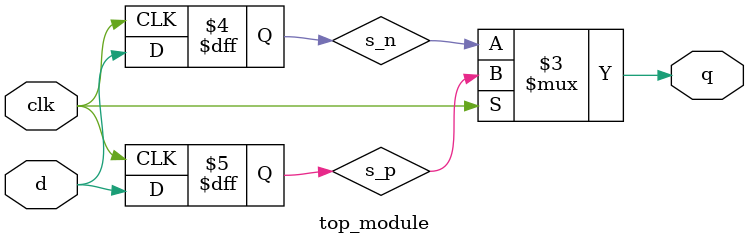
<source format=v>
module top_module (
    input clk,
    input d,
    output q
);
    reg s_p, s_n;
    always @(posedge clk)  begin
        s_p <= d;
    end
    
    always @(negedge clk)  begin
       s_n <= d;
    end

    assign q = clk? s_p:s_n; 
endmodule

</source>
